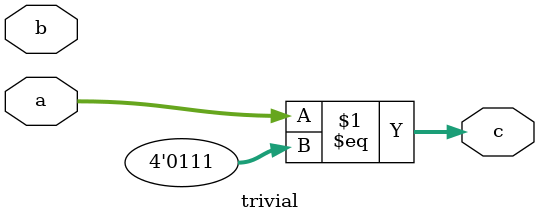
<source format=v>
module trivial(input signed [3:0] a, input signed [3:0] b, output signed [3:0] c);
//assign c = (a | b) & 4'sh3; // 0b0011
assign c = a == 4'sh7; // 0b0111
endmodule


</source>
